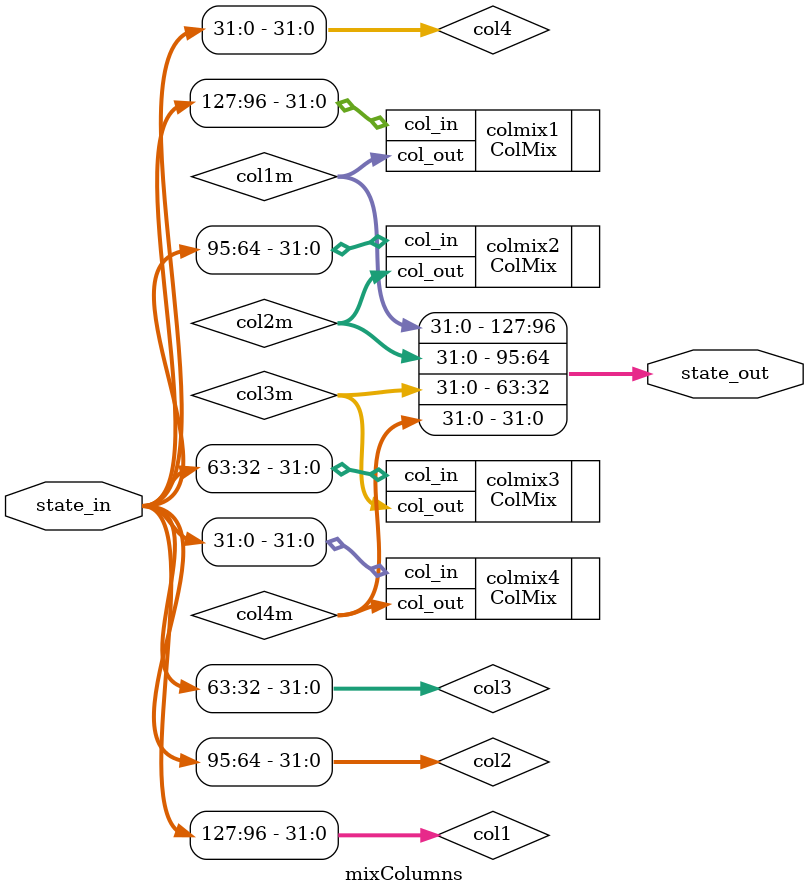
<source format=v>
`include "ColMix.v" // Include the ColMix.v file.
module mixColumns (state_in, state_out); // mixColumns module.
 
	parameter BYTE = 8; // The size of byte is 8 bits.
	parameter WORD = 32; // The size of word is 32 bits.
	parameter ZERO = 0; // Zero.
	parameter Nb = 128; // The number of bits in the plain text, cipher, key.
	parameter Nr = 10; // Parameter that holds the number of rounds.

	input 	wire	[Nb-1:ZERO]	state_in;	// current column before change
	output 	wire	[Nb-1:ZERO]	state_out;	// the column after the mix

	// temporary wires
	wire [WORD-1:ZERO] col1;
	wire [WORD-1:ZERO] col2;
	wire [WORD-1:ZERO] col3;
	wire [WORD-1:ZERO] col4;
	wire [WORD-1:ZERO] col1m;
	wire [WORD-1:ZERO] col2m;
	wire [WORD-1:ZERO] col3m; 
	wire [WORD-1:ZERO] col4m;

	assign col1 = state_in[4*WORD-1:3*WORD];
	assign col2 = state_in[3*WORD-1:2*WORD];
	assign col3 = state_in[2*WORD-1:WORD];
	assign col4 = state_in[WORD-1:ZERO];

	// activate colMix module on each 32 bit wire
	ColMix colmix1(.col_in(col1), .col_out(col1m));
	ColMix colmix2(.col_in(col2), .col_out(col2m));
	ColMix colmix3(.col_in(col3), .col_out(col3m));
	ColMix colmix4(.col_in(col4), .col_out(col4m));

	assign state_out = {col1m, col2m, col3m, col4m}; // concatenate the mixed columns in the same order 
endmodule // End of module.

</source>
